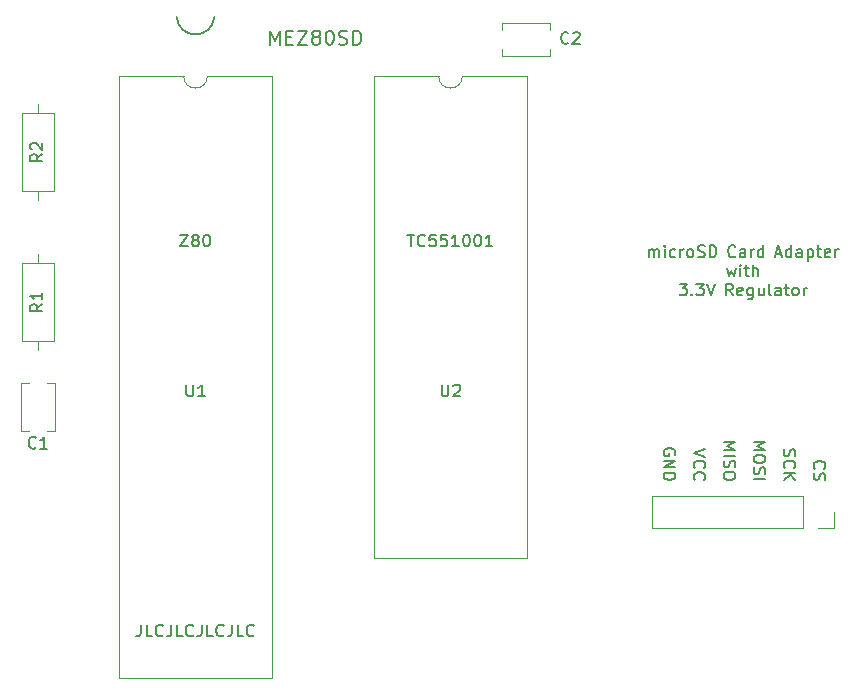
<source format=gto>
G04 #@! TF.GenerationSoftware,KiCad,Pcbnew,(7.0.0-0)*
G04 #@! TF.CreationDate,2023-02-21T12:21:14+09:00*
G04 #@! TF.ProjectId,MEZ80SD,4d455a38-3053-4442-9e6b-696361645f70,A*
G04 #@! TF.SameCoordinates,PX5f5e100PY8f0d180*
G04 #@! TF.FileFunction,Legend,Top*
G04 #@! TF.FilePolarity,Positive*
%FSLAX46Y46*%
G04 Gerber Fmt 4.6, Leading zero omitted, Abs format (unit mm)*
G04 Created by KiCad (PCBNEW (7.0.0-0)) date 2023-02-21 12:21:14*
%MOMM*%
%LPD*%
G01*
G04 APERTURE LIST*
%ADD10C,0.150000*%
%ADD11C,0.200000*%
%ADD12C,0.120000*%
G04 APERTURE END LIST*
D10*
X13652501Y57150000D02*
G75*
G03*
X16827499Y57150000I1587499J120305D01*
G01*
X2272380Y45553334D02*
X1796190Y45220001D01*
X2272380Y44981906D02*
X1272380Y44981906D01*
X1272380Y44981906D02*
X1272380Y45362858D01*
X1272380Y45362858D02*
X1320000Y45458096D01*
X1320000Y45458096D02*
X1367619Y45505715D01*
X1367619Y45505715D02*
X1462857Y45553334D01*
X1462857Y45553334D02*
X1605714Y45553334D01*
X1605714Y45553334D02*
X1700952Y45505715D01*
X1700952Y45505715D02*
X1748571Y45458096D01*
X1748571Y45458096D02*
X1796190Y45362858D01*
X1796190Y45362858D02*
X1796190Y44981906D01*
X1367619Y45934287D02*
X1320000Y45981906D01*
X1320000Y45981906D02*
X1272380Y46077144D01*
X1272380Y46077144D02*
X1272380Y46315239D01*
X1272380Y46315239D02*
X1320000Y46410477D01*
X1320000Y46410477D02*
X1367619Y46458096D01*
X1367619Y46458096D02*
X1462857Y46505715D01*
X1462857Y46505715D02*
X1558095Y46505715D01*
X1558095Y46505715D02*
X1700952Y46458096D01*
X1700952Y46458096D02*
X2272380Y45886668D01*
X2272380Y45886668D02*
X2272380Y46505715D01*
X65085238Y20541905D02*
X65037619Y20399048D01*
X65037619Y20399048D02*
X65037619Y20160953D01*
X65037619Y20160953D02*
X65085238Y20065715D01*
X65085238Y20065715D02*
X65132857Y20018096D01*
X65132857Y20018096D02*
X65228095Y19970477D01*
X65228095Y19970477D02*
X65323333Y19970477D01*
X65323333Y19970477D02*
X65418571Y20018096D01*
X65418571Y20018096D02*
X65466190Y20065715D01*
X65466190Y20065715D02*
X65513809Y20160953D01*
X65513809Y20160953D02*
X65561428Y20351429D01*
X65561428Y20351429D02*
X65609047Y20446667D01*
X65609047Y20446667D02*
X65656666Y20494286D01*
X65656666Y20494286D02*
X65751904Y20541905D01*
X65751904Y20541905D02*
X65847142Y20541905D01*
X65847142Y20541905D02*
X65942380Y20494286D01*
X65942380Y20494286D02*
X65990000Y20446667D01*
X65990000Y20446667D02*
X66037619Y20351429D01*
X66037619Y20351429D02*
X66037619Y20113334D01*
X66037619Y20113334D02*
X65990000Y19970477D01*
X65132857Y18970477D02*
X65085238Y19018096D01*
X65085238Y19018096D02*
X65037619Y19160953D01*
X65037619Y19160953D02*
X65037619Y19256191D01*
X65037619Y19256191D02*
X65085238Y19399048D01*
X65085238Y19399048D02*
X65180476Y19494286D01*
X65180476Y19494286D02*
X65275714Y19541905D01*
X65275714Y19541905D02*
X65466190Y19589524D01*
X65466190Y19589524D02*
X65609047Y19589524D01*
X65609047Y19589524D02*
X65799523Y19541905D01*
X65799523Y19541905D02*
X65894761Y19494286D01*
X65894761Y19494286D02*
X65990000Y19399048D01*
X65990000Y19399048D02*
X66037619Y19256191D01*
X66037619Y19256191D02*
X66037619Y19160953D01*
X66037619Y19160953D02*
X65990000Y19018096D01*
X65990000Y19018096D02*
X65942380Y18970477D01*
X65037619Y18541905D02*
X66037619Y18541905D01*
X65037619Y17970477D02*
X65609047Y18399048D01*
X66037619Y17970477D02*
X65466190Y18541905D01*
X62497619Y21160952D02*
X63497619Y21160952D01*
X63497619Y21160952D02*
X62783333Y20827619D01*
X62783333Y20827619D02*
X63497619Y20494286D01*
X63497619Y20494286D02*
X62497619Y20494286D01*
X63497619Y19827619D02*
X63497619Y19637143D01*
X63497619Y19637143D02*
X63450000Y19541905D01*
X63450000Y19541905D02*
X63354761Y19446667D01*
X63354761Y19446667D02*
X63164285Y19399048D01*
X63164285Y19399048D02*
X62830952Y19399048D01*
X62830952Y19399048D02*
X62640476Y19446667D01*
X62640476Y19446667D02*
X62545238Y19541905D01*
X62545238Y19541905D02*
X62497619Y19637143D01*
X62497619Y19637143D02*
X62497619Y19827619D01*
X62497619Y19827619D02*
X62545238Y19922857D01*
X62545238Y19922857D02*
X62640476Y20018095D01*
X62640476Y20018095D02*
X62830952Y20065714D01*
X62830952Y20065714D02*
X63164285Y20065714D01*
X63164285Y20065714D02*
X63354761Y20018095D01*
X63354761Y20018095D02*
X63450000Y19922857D01*
X63450000Y19922857D02*
X63497619Y19827619D01*
X62545238Y19018095D02*
X62497619Y18875238D01*
X62497619Y18875238D02*
X62497619Y18637143D01*
X62497619Y18637143D02*
X62545238Y18541905D01*
X62545238Y18541905D02*
X62592857Y18494286D01*
X62592857Y18494286D02*
X62688095Y18446667D01*
X62688095Y18446667D02*
X62783333Y18446667D01*
X62783333Y18446667D02*
X62878571Y18494286D01*
X62878571Y18494286D02*
X62926190Y18541905D01*
X62926190Y18541905D02*
X62973809Y18637143D01*
X62973809Y18637143D02*
X63021428Y18827619D01*
X63021428Y18827619D02*
X63069047Y18922857D01*
X63069047Y18922857D02*
X63116666Y18970476D01*
X63116666Y18970476D02*
X63211904Y19018095D01*
X63211904Y19018095D02*
X63307142Y19018095D01*
X63307142Y19018095D02*
X63402380Y18970476D01*
X63402380Y18970476D02*
X63450000Y18922857D01*
X63450000Y18922857D02*
X63497619Y18827619D01*
X63497619Y18827619D02*
X63497619Y18589524D01*
X63497619Y18589524D02*
X63450000Y18446667D01*
X62497619Y18018095D02*
X63497619Y18018095D01*
X53637856Y36812620D02*
X53637856Y37479286D01*
X53637856Y37384048D02*
X53685475Y37431667D01*
X53685475Y37431667D02*
X53780713Y37479286D01*
X53780713Y37479286D02*
X53923570Y37479286D01*
X53923570Y37479286D02*
X54018808Y37431667D01*
X54018808Y37431667D02*
X54066427Y37336429D01*
X54066427Y37336429D02*
X54066427Y36812620D01*
X54066427Y37336429D02*
X54114046Y37431667D01*
X54114046Y37431667D02*
X54209284Y37479286D01*
X54209284Y37479286D02*
X54352141Y37479286D01*
X54352141Y37479286D02*
X54447380Y37431667D01*
X54447380Y37431667D02*
X54494999Y37336429D01*
X54494999Y37336429D02*
X54494999Y36812620D01*
X54971189Y36812620D02*
X54971189Y37479286D01*
X54971189Y37812620D02*
X54923570Y37765000D01*
X54923570Y37765000D02*
X54971189Y37717381D01*
X54971189Y37717381D02*
X55018808Y37765000D01*
X55018808Y37765000D02*
X54971189Y37812620D01*
X54971189Y37812620D02*
X54971189Y37717381D01*
X55875950Y36860239D02*
X55780712Y36812620D01*
X55780712Y36812620D02*
X55590236Y36812620D01*
X55590236Y36812620D02*
X55494998Y36860239D01*
X55494998Y36860239D02*
X55447379Y36907858D01*
X55447379Y36907858D02*
X55399760Y37003096D01*
X55399760Y37003096D02*
X55399760Y37288810D01*
X55399760Y37288810D02*
X55447379Y37384048D01*
X55447379Y37384048D02*
X55494998Y37431667D01*
X55494998Y37431667D02*
X55590236Y37479286D01*
X55590236Y37479286D02*
X55780712Y37479286D01*
X55780712Y37479286D02*
X55875950Y37431667D01*
X56304522Y36812620D02*
X56304522Y37479286D01*
X56304522Y37288810D02*
X56352141Y37384048D01*
X56352141Y37384048D02*
X56399760Y37431667D01*
X56399760Y37431667D02*
X56494998Y37479286D01*
X56494998Y37479286D02*
X56590236Y37479286D01*
X57066427Y36812620D02*
X56971189Y36860239D01*
X56971189Y36860239D02*
X56923570Y36907858D01*
X56923570Y36907858D02*
X56875951Y37003096D01*
X56875951Y37003096D02*
X56875951Y37288810D01*
X56875951Y37288810D02*
X56923570Y37384048D01*
X56923570Y37384048D02*
X56971189Y37431667D01*
X56971189Y37431667D02*
X57066427Y37479286D01*
X57066427Y37479286D02*
X57209284Y37479286D01*
X57209284Y37479286D02*
X57304522Y37431667D01*
X57304522Y37431667D02*
X57352141Y37384048D01*
X57352141Y37384048D02*
X57399760Y37288810D01*
X57399760Y37288810D02*
X57399760Y37003096D01*
X57399760Y37003096D02*
X57352141Y36907858D01*
X57352141Y36907858D02*
X57304522Y36860239D01*
X57304522Y36860239D02*
X57209284Y36812620D01*
X57209284Y36812620D02*
X57066427Y36812620D01*
X57780713Y36860239D02*
X57923570Y36812620D01*
X57923570Y36812620D02*
X58161665Y36812620D01*
X58161665Y36812620D02*
X58256903Y36860239D01*
X58256903Y36860239D02*
X58304522Y36907858D01*
X58304522Y36907858D02*
X58352141Y37003096D01*
X58352141Y37003096D02*
X58352141Y37098334D01*
X58352141Y37098334D02*
X58304522Y37193572D01*
X58304522Y37193572D02*
X58256903Y37241191D01*
X58256903Y37241191D02*
X58161665Y37288810D01*
X58161665Y37288810D02*
X57971189Y37336429D01*
X57971189Y37336429D02*
X57875951Y37384048D01*
X57875951Y37384048D02*
X57828332Y37431667D01*
X57828332Y37431667D02*
X57780713Y37526905D01*
X57780713Y37526905D02*
X57780713Y37622143D01*
X57780713Y37622143D02*
X57828332Y37717381D01*
X57828332Y37717381D02*
X57875951Y37765000D01*
X57875951Y37765000D02*
X57971189Y37812620D01*
X57971189Y37812620D02*
X58209284Y37812620D01*
X58209284Y37812620D02*
X58352141Y37765000D01*
X58780713Y36812620D02*
X58780713Y37812620D01*
X58780713Y37812620D02*
X59018808Y37812620D01*
X59018808Y37812620D02*
X59161665Y37765000D01*
X59161665Y37765000D02*
X59256903Y37669762D01*
X59256903Y37669762D02*
X59304522Y37574524D01*
X59304522Y37574524D02*
X59352141Y37384048D01*
X59352141Y37384048D02*
X59352141Y37241191D01*
X59352141Y37241191D02*
X59304522Y37050715D01*
X59304522Y37050715D02*
X59256903Y36955477D01*
X59256903Y36955477D02*
X59161665Y36860239D01*
X59161665Y36860239D02*
X59018808Y36812620D01*
X59018808Y36812620D02*
X58780713Y36812620D01*
X60952141Y36907858D02*
X60904522Y36860239D01*
X60904522Y36860239D02*
X60761665Y36812620D01*
X60761665Y36812620D02*
X60666427Y36812620D01*
X60666427Y36812620D02*
X60523570Y36860239D01*
X60523570Y36860239D02*
X60428332Y36955477D01*
X60428332Y36955477D02*
X60380713Y37050715D01*
X60380713Y37050715D02*
X60333094Y37241191D01*
X60333094Y37241191D02*
X60333094Y37384048D01*
X60333094Y37384048D02*
X60380713Y37574524D01*
X60380713Y37574524D02*
X60428332Y37669762D01*
X60428332Y37669762D02*
X60523570Y37765000D01*
X60523570Y37765000D02*
X60666427Y37812620D01*
X60666427Y37812620D02*
X60761665Y37812620D01*
X60761665Y37812620D02*
X60904522Y37765000D01*
X60904522Y37765000D02*
X60952141Y37717381D01*
X61809284Y36812620D02*
X61809284Y37336429D01*
X61809284Y37336429D02*
X61761665Y37431667D01*
X61761665Y37431667D02*
X61666427Y37479286D01*
X61666427Y37479286D02*
X61475951Y37479286D01*
X61475951Y37479286D02*
X61380713Y37431667D01*
X61809284Y36860239D02*
X61714046Y36812620D01*
X61714046Y36812620D02*
X61475951Y36812620D01*
X61475951Y36812620D02*
X61380713Y36860239D01*
X61380713Y36860239D02*
X61333094Y36955477D01*
X61333094Y36955477D02*
X61333094Y37050715D01*
X61333094Y37050715D02*
X61380713Y37145953D01*
X61380713Y37145953D02*
X61475951Y37193572D01*
X61475951Y37193572D02*
X61714046Y37193572D01*
X61714046Y37193572D02*
X61809284Y37241191D01*
X62285475Y36812620D02*
X62285475Y37479286D01*
X62285475Y37288810D02*
X62333094Y37384048D01*
X62333094Y37384048D02*
X62380713Y37431667D01*
X62380713Y37431667D02*
X62475951Y37479286D01*
X62475951Y37479286D02*
X62571189Y37479286D01*
X63333094Y36812620D02*
X63333094Y37812620D01*
X63333094Y36860239D02*
X63237856Y36812620D01*
X63237856Y36812620D02*
X63047380Y36812620D01*
X63047380Y36812620D02*
X62952142Y36860239D01*
X62952142Y36860239D02*
X62904523Y36907858D01*
X62904523Y36907858D02*
X62856904Y37003096D01*
X62856904Y37003096D02*
X62856904Y37288810D01*
X62856904Y37288810D02*
X62904523Y37384048D01*
X62904523Y37384048D02*
X62952142Y37431667D01*
X62952142Y37431667D02*
X63047380Y37479286D01*
X63047380Y37479286D02*
X63237856Y37479286D01*
X63237856Y37479286D02*
X63333094Y37431667D01*
X64361666Y37098334D02*
X64837856Y37098334D01*
X64266428Y36812620D02*
X64599761Y37812620D01*
X64599761Y37812620D02*
X64933094Y36812620D01*
X65694999Y36812620D02*
X65694999Y37812620D01*
X65694999Y36860239D02*
X65599761Y36812620D01*
X65599761Y36812620D02*
X65409285Y36812620D01*
X65409285Y36812620D02*
X65314047Y36860239D01*
X65314047Y36860239D02*
X65266428Y36907858D01*
X65266428Y36907858D02*
X65218809Y37003096D01*
X65218809Y37003096D02*
X65218809Y37288810D01*
X65218809Y37288810D02*
X65266428Y37384048D01*
X65266428Y37384048D02*
X65314047Y37431667D01*
X65314047Y37431667D02*
X65409285Y37479286D01*
X65409285Y37479286D02*
X65599761Y37479286D01*
X65599761Y37479286D02*
X65694999Y37431667D01*
X66599761Y36812620D02*
X66599761Y37336429D01*
X66599761Y37336429D02*
X66552142Y37431667D01*
X66552142Y37431667D02*
X66456904Y37479286D01*
X66456904Y37479286D02*
X66266428Y37479286D01*
X66266428Y37479286D02*
X66171190Y37431667D01*
X66599761Y36860239D02*
X66504523Y36812620D01*
X66504523Y36812620D02*
X66266428Y36812620D01*
X66266428Y36812620D02*
X66171190Y36860239D01*
X66171190Y36860239D02*
X66123571Y36955477D01*
X66123571Y36955477D02*
X66123571Y37050715D01*
X66123571Y37050715D02*
X66171190Y37145953D01*
X66171190Y37145953D02*
X66266428Y37193572D01*
X66266428Y37193572D02*
X66504523Y37193572D01*
X66504523Y37193572D02*
X66599761Y37241191D01*
X67075952Y37479286D02*
X67075952Y36479286D01*
X67075952Y37431667D02*
X67171190Y37479286D01*
X67171190Y37479286D02*
X67361666Y37479286D01*
X67361666Y37479286D02*
X67456904Y37431667D01*
X67456904Y37431667D02*
X67504523Y37384048D01*
X67504523Y37384048D02*
X67552142Y37288810D01*
X67552142Y37288810D02*
X67552142Y37003096D01*
X67552142Y37003096D02*
X67504523Y36907858D01*
X67504523Y36907858D02*
X67456904Y36860239D01*
X67456904Y36860239D02*
X67361666Y36812620D01*
X67361666Y36812620D02*
X67171190Y36812620D01*
X67171190Y36812620D02*
X67075952Y36860239D01*
X67837857Y37479286D02*
X68218809Y37479286D01*
X67980714Y37812620D02*
X67980714Y36955477D01*
X67980714Y36955477D02*
X68028333Y36860239D01*
X68028333Y36860239D02*
X68123571Y36812620D01*
X68123571Y36812620D02*
X68218809Y36812620D01*
X68933095Y36860239D02*
X68837857Y36812620D01*
X68837857Y36812620D02*
X68647381Y36812620D01*
X68647381Y36812620D02*
X68552143Y36860239D01*
X68552143Y36860239D02*
X68504524Y36955477D01*
X68504524Y36955477D02*
X68504524Y37336429D01*
X68504524Y37336429D02*
X68552143Y37431667D01*
X68552143Y37431667D02*
X68647381Y37479286D01*
X68647381Y37479286D02*
X68837857Y37479286D01*
X68837857Y37479286D02*
X68933095Y37431667D01*
X68933095Y37431667D02*
X68980714Y37336429D01*
X68980714Y37336429D02*
X68980714Y37241191D01*
X68980714Y37241191D02*
X68504524Y37145953D01*
X69409286Y36812620D02*
X69409286Y37479286D01*
X69409286Y37288810D02*
X69456905Y37384048D01*
X69456905Y37384048D02*
X69504524Y37431667D01*
X69504524Y37431667D02*
X69599762Y37479286D01*
X69599762Y37479286D02*
X69695000Y37479286D01*
X60237857Y35859286D02*
X60428333Y35192620D01*
X60428333Y35192620D02*
X60618809Y35668810D01*
X60618809Y35668810D02*
X60809285Y35192620D01*
X60809285Y35192620D02*
X60999761Y35859286D01*
X61380714Y35192620D02*
X61380714Y35859286D01*
X61380714Y36192620D02*
X61333095Y36145000D01*
X61333095Y36145000D02*
X61380714Y36097381D01*
X61380714Y36097381D02*
X61428333Y36145000D01*
X61428333Y36145000D02*
X61380714Y36192620D01*
X61380714Y36192620D02*
X61380714Y36097381D01*
X61714047Y35859286D02*
X62094999Y35859286D01*
X61856904Y36192620D02*
X61856904Y35335477D01*
X61856904Y35335477D02*
X61904523Y35240239D01*
X61904523Y35240239D02*
X61999761Y35192620D01*
X61999761Y35192620D02*
X62094999Y35192620D01*
X62428333Y35192620D02*
X62428333Y36192620D01*
X62856904Y35192620D02*
X62856904Y35716429D01*
X62856904Y35716429D02*
X62809285Y35811667D01*
X62809285Y35811667D02*
X62714047Y35859286D01*
X62714047Y35859286D02*
X62571190Y35859286D01*
X62571190Y35859286D02*
X62475952Y35811667D01*
X62475952Y35811667D02*
X62428333Y35764048D01*
X56223571Y34572620D02*
X56842618Y34572620D01*
X56842618Y34572620D02*
X56509285Y34191667D01*
X56509285Y34191667D02*
X56652142Y34191667D01*
X56652142Y34191667D02*
X56747380Y34144048D01*
X56747380Y34144048D02*
X56794999Y34096429D01*
X56794999Y34096429D02*
X56842618Y34001191D01*
X56842618Y34001191D02*
X56842618Y33763096D01*
X56842618Y33763096D02*
X56794999Y33667858D01*
X56794999Y33667858D02*
X56747380Y33620239D01*
X56747380Y33620239D02*
X56652142Y33572620D01*
X56652142Y33572620D02*
X56366428Y33572620D01*
X56366428Y33572620D02*
X56271190Y33620239D01*
X56271190Y33620239D02*
X56223571Y33667858D01*
X57271190Y33667858D02*
X57318809Y33620239D01*
X57318809Y33620239D02*
X57271190Y33572620D01*
X57271190Y33572620D02*
X57223571Y33620239D01*
X57223571Y33620239D02*
X57271190Y33667858D01*
X57271190Y33667858D02*
X57271190Y33572620D01*
X57652142Y34572620D02*
X58271189Y34572620D01*
X58271189Y34572620D02*
X57937856Y34191667D01*
X57937856Y34191667D02*
X58080713Y34191667D01*
X58080713Y34191667D02*
X58175951Y34144048D01*
X58175951Y34144048D02*
X58223570Y34096429D01*
X58223570Y34096429D02*
X58271189Y34001191D01*
X58271189Y34001191D02*
X58271189Y33763096D01*
X58271189Y33763096D02*
X58223570Y33667858D01*
X58223570Y33667858D02*
X58175951Y33620239D01*
X58175951Y33620239D02*
X58080713Y33572620D01*
X58080713Y33572620D02*
X57794999Y33572620D01*
X57794999Y33572620D02*
X57699761Y33620239D01*
X57699761Y33620239D02*
X57652142Y33667858D01*
X58556904Y34572620D02*
X58890237Y33572620D01*
X58890237Y33572620D02*
X59223570Y34572620D01*
X60728332Y33572620D02*
X60394999Y34048810D01*
X60156904Y33572620D02*
X60156904Y34572620D01*
X60156904Y34572620D02*
X60537856Y34572620D01*
X60537856Y34572620D02*
X60633094Y34525000D01*
X60633094Y34525000D02*
X60680713Y34477381D01*
X60680713Y34477381D02*
X60728332Y34382143D01*
X60728332Y34382143D02*
X60728332Y34239286D01*
X60728332Y34239286D02*
X60680713Y34144048D01*
X60680713Y34144048D02*
X60633094Y34096429D01*
X60633094Y34096429D02*
X60537856Y34048810D01*
X60537856Y34048810D02*
X60156904Y34048810D01*
X61537856Y33620239D02*
X61442618Y33572620D01*
X61442618Y33572620D02*
X61252142Y33572620D01*
X61252142Y33572620D02*
X61156904Y33620239D01*
X61156904Y33620239D02*
X61109285Y33715477D01*
X61109285Y33715477D02*
X61109285Y34096429D01*
X61109285Y34096429D02*
X61156904Y34191667D01*
X61156904Y34191667D02*
X61252142Y34239286D01*
X61252142Y34239286D02*
X61442618Y34239286D01*
X61442618Y34239286D02*
X61537856Y34191667D01*
X61537856Y34191667D02*
X61585475Y34096429D01*
X61585475Y34096429D02*
X61585475Y34001191D01*
X61585475Y34001191D02*
X61109285Y33905953D01*
X62442618Y34239286D02*
X62442618Y33429762D01*
X62442618Y33429762D02*
X62394999Y33334524D01*
X62394999Y33334524D02*
X62347380Y33286905D01*
X62347380Y33286905D02*
X62252142Y33239286D01*
X62252142Y33239286D02*
X62109285Y33239286D01*
X62109285Y33239286D02*
X62014047Y33286905D01*
X62442618Y33620239D02*
X62347380Y33572620D01*
X62347380Y33572620D02*
X62156904Y33572620D01*
X62156904Y33572620D02*
X62061666Y33620239D01*
X62061666Y33620239D02*
X62014047Y33667858D01*
X62014047Y33667858D02*
X61966428Y33763096D01*
X61966428Y33763096D02*
X61966428Y34048810D01*
X61966428Y34048810D02*
X62014047Y34144048D01*
X62014047Y34144048D02*
X62061666Y34191667D01*
X62061666Y34191667D02*
X62156904Y34239286D01*
X62156904Y34239286D02*
X62347380Y34239286D01*
X62347380Y34239286D02*
X62442618Y34191667D01*
X63347380Y34239286D02*
X63347380Y33572620D01*
X62918809Y34239286D02*
X62918809Y33715477D01*
X62918809Y33715477D02*
X62966428Y33620239D01*
X62966428Y33620239D02*
X63061666Y33572620D01*
X63061666Y33572620D02*
X63204523Y33572620D01*
X63204523Y33572620D02*
X63299761Y33620239D01*
X63299761Y33620239D02*
X63347380Y33667858D01*
X63966428Y33572620D02*
X63871190Y33620239D01*
X63871190Y33620239D02*
X63823571Y33715477D01*
X63823571Y33715477D02*
X63823571Y34572620D01*
X64775952Y33572620D02*
X64775952Y34096429D01*
X64775952Y34096429D02*
X64728333Y34191667D01*
X64728333Y34191667D02*
X64633095Y34239286D01*
X64633095Y34239286D02*
X64442619Y34239286D01*
X64442619Y34239286D02*
X64347381Y34191667D01*
X64775952Y33620239D02*
X64680714Y33572620D01*
X64680714Y33572620D02*
X64442619Y33572620D01*
X64442619Y33572620D02*
X64347381Y33620239D01*
X64347381Y33620239D02*
X64299762Y33715477D01*
X64299762Y33715477D02*
X64299762Y33810715D01*
X64299762Y33810715D02*
X64347381Y33905953D01*
X64347381Y33905953D02*
X64442619Y33953572D01*
X64442619Y33953572D02*
X64680714Y33953572D01*
X64680714Y33953572D02*
X64775952Y34001191D01*
X65109286Y34239286D02*
X65490238Y34239286D01*
X65252143Y34572620D02*
X65252143Y33715477D01*
X65252143Y33715477D02*
X65299762Y33620239D01*
X65299762Y33620239D02*
X65395000Y33572620D01*
X65395000Y33572620D02*
X65490238Y33572620D01*
X65966429Y33572620D02*
X65871191Y33620239D01*
X65871191Y33620239D02*
X65823572Y33667858D01*
X65823572Y33667858D02*
X65775953Y33763096D01*
X65775953Y33763096D02*
X65775953Y34048810D01*
X65775953Y34048810D02*
X65823572Y34144048D01*
X65823572Y34144048D02*
X65871191Y34191667D01*
X65871191Y34191667D02*
X65966429Y34239286D01*
X65966429Y34239286D02*
X66109286Y34239286D01*
X66109286Y34239286D02*
X66204524Y34191667D01*
X66204524Y34191667D02*
X66252143Y34144048D01*
X66252143Y34144048D02*
X66299762Y34048810D01*
X66299762Y34048810D02*
X66299762Y33763096D01*
X66299762Y33763096D02*
X66252143Y33667858D01*
X66252143Y33667858D02*
X66204524Y33620239D01*
X66204524Y33620239D02*
X66109286Y33572620D01*
X66109286Y33572620D02*
X65966429Y33572620D01*
X66728334Y33572620D02*
X66728334Y34239286D01*
X66728334Y34048810D02*
X66775953Y34144048D01*
X66775953Y34144048D02*
X66823572Y34191667D01*
X66823572Y34191667D02*
X66918810Y34239286D01*
X66918810Y34239286D02*
X67014048Y34239286D01*
X13954286Y38732620D02*
X14620952Y38732620D01*
X14620952Y38732620D02*
X13954286Y37732620D01*
X13954286Y37732620D02*
X14620952Y37732620D01*
X15144762Y38304048D02*
X15049524Y38351667D01*
X15049524Y38351667D02*
X15001905Y38399286D01*
X15001905Y38399286D02*
X14954286Y38494524D01*
X14954286Y38494524D02*
X14954286Y38542143D01*
X14954286Y38542143D02*
X15001905Y38637381D01*
X15001905Y38637381D02*
X15049524Y38685000D01*
X15049524Y38685000D02*
X15144762Y38732620D01*
X15144762Y38732620D02*
X15335238Y38732620D01*
X15335238Y38732620D02*
X15430476Y38685000D01*
X15430476Y38685000D02*
X15478095Y38637381D01*
X15478095Y38637381D02*
X15525714Y38542143D01*
X15525714Y38542143D02*
X15525714Y38494524D01*
X15525714Y38494524D02*
X15478095Y38399286D01*
X15478095Y38399286D02*
X15430476Y38351667D01*
X15430476Y38351667D02*
X15335238Y38304048D01*
X15335238Y38304048D02*
X15144762Y38304048D01*
X15144762Y38304048D02*
X15049524Y38256429D01*
X15049524Y38256429D02*
X15001905Y38208810D01*
X15001905Y38208810D02*
X14954286Y38113572D01*
X14954286Y38113572D02*
X14954286Y37923096D01*
X14954286Y37923096D02*
X15001905Y37827858D01*
X15001905Y37827858D02*
X15049524Y37780239D01*
X15049524Y37780239D02*
X15144762Y37732620D01*
X15144762Y37732620D02*
X15335238Y37732620D01*
X15335238Y37732620D02*
X15430476Y37780239D01*
X15430476Y37780239D02*
X15478095Y37827858D01*
X15478095Y37827858D02*
X15525714Y37923096D01*
X15525714Y37923096D02*
X15525714Y38113572D01*
X15525714Y38113572D02*
X15478095Y38208810D01*
X15478095Y38208810D02*
X15430476Y38256429D01*
X15430476Y38256429D02*
X15335238Y38304048D01*
X16144762Y38732620D02*
X16240000Y38732620D01*
X16240000Y38732620D02*
X16335238Y38685000D01*
X16335238Y38685000D02*
X16382857Y38637381D01*
X16382857Y38637381D02*
X16430476Y38542143D01*
X16430476Y38542143D02*
X16478095Y38351667D01*
X16478095Y38351667D02*
X16478095Y38113572D01*
X16478095Y38113572D02*
X16430476Y37923096D01*
X16430476Y37923096D02*
X16382857Y37827858D01*
X16382857Y37827858D02*
X16335238Y37780239D01*
X16335238Y37780239D02*
X16240000Y37732620D01*
X16240000Y37732620D02*
X16144762Y37732620D01*
X16144762Y37732620D02*
X16049524Y37780239D01*
X16049524Y37780239D02*
X16001905Y37827858D01*
X16001905Y37827858D02*
X15954286Y37923096D01*
X15954286Y37923096D02*
X15906667Y38113572D01*
X15906667Y38113572D02*
X15906667Y38351667D01*
X15906667Y38351667D02*
X15954286Y38542143D01*
X15954286Y38542143D02*
X16001905Y38637381D01*
X16001905Y38637381D02*
X16049524Y38685000D01*
X16049524Y38685000D02*
X16144762Y38732620D01*
X2272380Y32853334D02*
X1796190Y32520001D01*
X2272380Y32281906D02*
X1272380Y32281906D01*
X1272380Y32281906D02*
X1272380Y32662858D01*
X1272380Y32662858D02*
X1320000Y32758096D01*
X1320000Y32758096D02*
X1367619Y32805715D01*
X1367619Y32805715D02*
X1462857Y32853334D01*
X1462857Y32853334D02*
X1605714Y32853334D01*
X1605714Y32853334D02*
X1700952Y32805715D01*
X1700952Y32805715D02*
X1748571Y32758096D01*
X1748571Y32758096D02*
X1796190Y32662858D01*
X1796190Y32662858D02*
X1796190Y32281906D01*
X2272380Y33805715D02*
X2272380Y33234287D01*
X2272380Y33520001D02*
X1272380Y33520001D01*
X1272380Y33520001D02*
X1415238Y33424763D01*
X1415238Y33424763D02*
X1510476Y33329525D01*
X1510476Y33329525D02*
X1558095Y33234287D01*
X33187143Y38732620D02*
X33758571Y38732620D01*
X33472857Y37732620D02*
X33472857Y38732620D01*
X34663333Y37827858D02*
X34615714Y37780239D01*
X34615714Y37780239D02*
X34472857Y37732620D01*
X34472857Y37732620D02*
X34377619Y37732620D01*
X34377619Y37732620D02*
X34234762Y37780239D01*
X34234762Y37780239D02*
X34139524Y37875477D01*
X34139524Y37875477D02*
X34091905Y37970715D01*
X34091905Y37970715D02*
X34044286Y38161191D01*
X34044286Y38161191D02*
X34044286Y38304048D01*
X34044286Y38304048D02*
X34091905Y38494524D01*
X34091905Y38494524D02*
X34139524Y38589762D01*
X34139524Y38589762D02*
X34234762Y38685000D01*
X34234762Y38685000D02*
X34377619Y38732620D01*
X34377619Y38732620D02*
X34472857Y38732620D01*
X34472857Y38732620D02*
X34615714Y38685000D01*
X34615714Y38685000D02*
X34663333Y38637381D01*
X35568095Y38732620D02*
X35091905Y38732620D01*
X35091905Y38732620D02*
X35044286Y38256429D01*
X35044286Y38256429D02*
X35091905Y38304048D01*
X35091905Y38304048D02*
X35187143Y38351667D01*
X35187143Y38351667D02*
X35425238Y38351667D01*
X35425238Y38351667D02*
X35520476Y38304048D01*
X35520476Y38304048D02*
X35568095Y38256429D01*
X35568095Y38256429D02*
X35615714Y38161191D01*
X35615714Y38161191D02*
X35615714Y37923096D01*
X35615714Y37923096D02*
X35568095Y37827858D01*
X35568095Y37827858D02*
X35520476Y37780239D01*
X35520476Y37780239D02*
X35425238Y37732620D01*
X35425238Y37732620D02*
X35187143Y37732620D01*
X35187143Y37732620D02*
X35091905Y37780239D01*
X35091905Y37780239D02*
X35044286Y37827858D01*
X36520476Y38732620D02*
X36044286Y38732620D01*
X36044286Y38732620D02*
X35996667Y38256429D01*
X35996667Y38256429D02*
X36044286Y38304048D01*
X36044286Y38304048D02*
X36139524Y38351667D01*
X36139524Y38351667D02*
X36377619Y38351667D01*
X36377619Y38351667D02*
X36472857Y38304048D01*
X36472857Y38304048D02*
X36520476Y38256429D01*
X36520476Y38256429D02*
X36568095Y38161191D01*
X36568095Y38161191D02*
X36568095Y37923096D01*
X36568095Y37923096D02*
X36520476Y37827858D01*
X36520476Y37827858D02*
X36472857Y37780239D01*
X36472857Y37780239D02*
X36377619Y37732620D01*
X36377619Y37732620D02*
X36139524Y37732620D01*
X36139524Y37732620D02*
X36044286Y37780239D01*
X36044286Y37780239D02*
X35996667Y37827858D01*
X37520476Y37732620D02*
X36949048Y37732620D01*
X37234762Y37732620D02*
X37234762Y38732620D01*
X37234762Y38732620D02*
X37139524Y38589762D01*
X37139524Y38589762D02*
X37044286Y38494524D01*
X37044286Y38494524D02*
X36949048Y38446905D01*
X38139524Y38732620D02*
X38234762Y38732620D01*
X38234762Y38732620D02*
X38330000Y38685000D01*
X38330000Y38685000D02*
X38377619Y38637381D01*
X38377619Y38637381D02*
X38425238Y38542143D01*
X38425238Y38542143D02*
X38472857Y38351667D01*
X38472857Y38351667D02*
X38472857Y38113572D01*
X38472857Y38113572D02*
X38425238Y37923096D01*
X38425238Y37923096D02*
X38377619Y37827858D01*
X38377619Y37827858D02*
X38330000Y37780239D01*
X38330000Y37780239D02*
X38234762Y37732620D01*
X38234762Y37732620D02*
X38139524Y37732620D01*
X38139524Y37732620D02*
X38044286Y37780239D01*
X38044286Y37780239D02*
X37996667Y37827858D01*
X37996667Y37827858D02*
X37949048Y37923096D01*
X37949048Y37923096D02*
X37901429Y38113572D01*
X37901429Y38113572D02*
X37901429Y38351667D01*
X37901429Y38351667D02*
X37949048Y38542143D01*
X37949048Y38542143D02*
X37996667Y38637381D01*
X37996667Y38637381D02*
X38044286Y38685000D01*
X38044286Y38685000D02*
X38139524Y38732620D01*
X39091905Y38732620D02*
X39187143Y38732620D01*
X39187143Y38732620D02*
X39282381Y38685000D01*
X39282381Y38685000D02*
X39330000Y38637381D01*
X39330000Y38637381D02*
X39377619Y38542143D01*
X39377619Y38542143D02*
X39425238Y38351667D01*
X39425238Y38351667D02*
X39425238Y38113572D01*
X39425238Y38113572D02*
X39377619Y37923096D01*
X39377619Y37923096D02*
X39330000Y37827858D01*
X39330000Y37827858D02*
X39282381Y37780239D01*
X39282381Y37780239D02*
X39187143Y37732620D01*
X39187143Y37732620D02*
X39091905Y37732620D01*
X39091905Y37732620D02*
X38996667Y37780239D01*
X38996667Y37780239D02*
X38949048Y37827858D01*
X38949048Y37827858D02*
X38901429Y37923096D01*
X38901429Y37923096D02*
X38853810Y38113572D01*
X38853810Y38113572D02*
X38853810Y38351667D01*
X38853810Y38351667D02*
X38901429Y38542143D01*
X38901429Y38542143D02*
X38949048Y38637381D01*
X38949048Y38637381D02*
X38996667Y38685000D01*
X38996667Y38685000D02*
X39091905Y38732620D01*
X40377619Y37732620D02*
X39806191Y37732620D01*
X40091905Y37732620D02*
X40091905Y38732620D01*
X40091905Y38732620D02*
X39996667Y38589762D01*
X39996667Y38589762D02*
X39901429Y38494524D01*
X39901429Y38494524D02*
X39806191Y38446905D01*
X55830000Y20065715D02*
X55877619Y20160953D01*
X55877619Y20160953D02*
X55877619Y20303810D01*
X55877619Y20303810D02*
X55830000Y20446667D01*
X55830000Y20446667D02*
X55734761Y20541905D01*
X55734761Y20541905D02*
X55639523Y20589524D01*
X55639523Y20589524D02*
X55449047Y20637143D01*
X55449047Y20637143D02*
X55306190Y20637143D01*
X55306190Y20637143D02*
X55115714Y20589524D01*
X55115714Y20589524D02*
X55020476Y20541905D01*
X55020476Y20541905D02*
X54925238Y20446667D01*
X54925238Y20446667D02*
X54877619Y20303810D01*
X54877619Y20303810D02*
X54877619Y20208572D01*
X54877619Y20208572D02*
X54925238Y20065715D01*
X54925238Y20065715D02*
X54972857Y20018096D01*
X54972857Y20018096D02*
X55306190Y20018096D01*
X55306190Y20018096D02*
X55306190Y20208572D01*
X54877619Y19589524D02*
X55877619Y19589524D01*
X55877619Y19589524D02*
X54877619Y19018096D01*
X54877619Y19018096D02*
X55877619Y19018096D01*
X54877619Y18541905D02*
X55877619Y18541905D01*
X55877619Y18541905D02*
X55877619Y18303810D01*
X55877619Y18303810D02*
X55830000Y18160953D01*
X55830000Y18160953D02*
X55734761Y18065715D01*
X55734761Y18065715D02*
X55639523Y18018096D01*
X55639523Y18018096D02*
X55449047Y17970477D01*
X55449047Y17970477D02*
X55306190Y17970477D01*
X55306190Y17970477D02*
X55115714Y18018096D01*
X55115714Y18018096D02*
X55020476Y18065715D01*
X55020476Y18065715D02*
X54925238Y18160953D01*
X54925238Y18160953D02*
X54877619Y18303810D01*
X54877619Y18303810D02*
X54877619Y18541905D01*
X10620951Y5712620D02*
X10620951Y4998334D01*
X10620951Y4998334D02*
X10573332Y4855477D01*
X10573332Y4855477D02*
X10478094Y4760239D01*
X10478094Y4760239D02*
X10335237Y4712620D01*
X10335237Y4712620D02*
X10239999Y4712620D01*
X11573332Y4712620D02*
X11097142Y4712620D01*
X11097142Y4712620D02*
X11097142Y5712620D01*
X12478094Y4807858D02*
X12430475Y4760239D01*
X12430475Y4760239D02*
X12287618Y4712620D01*
X12287618Y4712620D02*
X12192380Y4712620D01*
X12192380Y4712620D02*
X12049523Y4760239D01*
X12049523Y4760239D02*
X11954285Y4855477D01*
X11954285Y4855477D02*
X11906666Y4950715D01*
X11906666Y4950715D02*
X11859047Y5141191D01*
X11859047Y5141191D02*
X11859047Y5284048D01*
X11859047Y5284048D02*
X11906666Y5474524D01*
X11906666Y5474524D02*
X11954285Y5569762D01*
X11954285Y5569762D02*
X12049523Y5665000D01*
X12049523Y5665000D02*
X12192380Y5712620D01*
X12192380Y5712620D02*
X12287618Y5712620D01*
X12287618Y5712620D02*
X12430475Y5665000D01*
X12430475Y5665000D02*
X12478094Y5617381D01*
X13192380Y5712620D02*
X13192380Y4998334D01*
X13192380Y4998334D02*
X13144761Y4855477D01*
X13144761Y4855477D02*
X13049523Y4760239D01*
X13049523Y4760239D02*
X12906666Y4712620D01*
X12906666Y4712620D02*
X12811428Y4712620D01*
X14144761Y4712620D02*
X13668571Y4712620D01*
X13668571Y4712620D02*
X13668571Y5712620D01*
X15049523Y4807858D02*
X15001904Y4760239D01*
X15001904Y4760239D02*
X14859047Y4712620D01*
X14859047Y4712620D02*
X14763809Y4712620D01*
X14763809Y4712620D02*
X14620952Y4760239D01*
X14620952Y4760239D02*
X14525714Y4855477D01*
X14525714Y4855477D02*
X14478095Y4950715D01*
X14478095Y4950715D02*
X14430476Y5141191D01*
X14430476Y5141191D02*
X14430476Y5284048D01*
X14430476Y5284048D02*
X14478095Y5474524D01*
X14478095Y5474524D02*
X14525714Y5569762D01*
X14525714Y5569762D02*
X14620952Y5665000D01*
X14620952Y5665000D02*
X14763809Y5712620D01*
X14763809Y5712620D02*
X14859047Y5712620D01*
X14859047Y5712620D02*
X15001904Y5665000D01*
X15001904Y5665000D02*
X15049523Y5617381D01*
X15763809Y5712620D02*
X15763809Y4998334D01*
X15763809Y4998334D02*
X15716190Y4855477D01*
X15716190Y4855477D02*
X15620952Y4760239D01*
X15620952Y4760239D02*
X15478095Y4712620D01*
X15478095Y4712620D02*
X15382857Y4712620D01*
X16716190Y4712620D02*
X16240000Y4712620D01*
X16240000Y4712620D02*
X16240000Y5712620D01*
X17620952Y4807858D02*
X17573333Y4760239D01*
X17573333Y4760239D02*
X17430476Y4712620D01*
X17430476Y4712620D02*
X17335238Y4712620D01*
X17335238Y4712620D02*
X17192381Y4760239D01*
X17192381Y4760239D02*
X17097143Y4855477D01*
X17097143Y4855477D02*
X17049524Y4950715D01*
X17049524Y4950715D02*
X17001905Y5141191D01*
X17001905Y5141191D02*
X17001905Y5284048D01*
X17001905Y5284048D02*
X17049524Y5474524D01*
X17049524Y5474524D02*
X17097143Y5569762D01*
X17097143Y5569762D02*
X17192381Y5665000D01*
X17192381Y5665000D02*
X17335238Y5712620D01*
X17335238Y5712620D02*
X17430476Y5712620D01*
X17430476Y5712620D02*
X17573333Y5665000D01*
X17573333Y5665000D02*
X17620952Y5617381D01*
X18335238Y5712620D02*
X18335238Y4998334D01*
X18335238Y4998334D02*
X18287619Y4855477D01*
X18287619Y4855477D02*
X18192381Y4760239D01*
X18192381Y4760239D02*
X18049524Y4712620D01*
X18049524Y4712620D02*
X17954286Y4712620D01*
X19287619Y4712620D02*
X18811429Y4712620D01*
X18811429Y4712620D02*
X18811429Y5712620D01*
X20192381Y4807858D02*
X20144762Y4760239D01*
X20144762Y4760239D02*
X20001905Y4712620D01*
X20001905Y4712620D02*
X19906667Y4712620D01*
X19906667Y4712620D02*
X19763810Y4760239D01*
X19763810Y4760239D02*
X19668572Y4855477D01*
X19668572Y4855477D02*
X19620953Y4950715D01*
X19620953Y4950715D02*
X19573334Y5141191D01*
X19573334Y5141191D02*
X19573334Y5284048D01*
X19573334Y5284048D02*
X19620953Y5474524D01*
X19620953Y5474524D02*
X19668572Y5569762D01*
X19668572Y5569762D02*
X19763810Y5665000D01*
X19763810Y5665000D02*
X19906667Y5712620D01*
X19906667Y5712620D02*
X20001905Y5712620D01*
X20001905Y5712620D02*
X20144762Y5665000D01*
X20144762Y5665000D02*
X20192381Y5617381D01*
X59957619Y21160952D02*
X60957619Y21160952D01*
X60957619Y21160952D02*
X60243333Y20827619D01*
X60243333Y20827619D02*
X60957619Y20494286D01*
X60957619Y20494286D02*
X59957619Y20494286D01*
X59957619Y20018095D02*
X60957619Y20018095D01*
X60005238Y19589524D02*
X59957619Y19446667D01*
X59957619Y19446667D02*
X59957619Y19208572D01*
X59957619Y19208572D02*
X60005238Y19113334D01*
X60005238Y19113334D02*
X60052857Y19065715D01*
X60052857Y19065715D02*
X60148095Y19018096D01*
X60148095Y19018096D02*
X60243333Y19018096D01*
X60243333Y19018096D02*
X60338571Y19065715D01*
X60338571Y19065715D02*
X60386190Y19113334D01*
X60386190Y19113334D02*
X60433809Y19208572D01*
X60433809Y19208572D02*
X60481428Y19399048D01*
X60481428Y19399048D02*
X60529047Y19494286D01*
X60529047Y19494286D02*
X60576666Y19541905D01*
X60576666Y19541905D02*
X60671904Y19589524D01*
X60671904Y19589524D02*
X60767142Y19589524D01*
X60767142Y19589524D02*
X60862380Y19541905D01*
X60862380Y19541905D02*
X60910000Y19494286D01*
X60910000Y19494286D02*
X60957619Y19399048D01*
X60957619Y19399048D02*
X60957619Y19160953D01*
X60957619Y19160953D02*
X60910000Y19018096D01*
X60957619Y18399048D02*
X60957619Y18208572D01*
X60957619Y18208572D02*
X60910000Y18113334D01*
X60910000Y18113334D02*
X60814761Y18018096D01*
X60814761Y18018096D02*
X60624285Y17970477D01*
X60624285Y17970477D02*
X60290952Y17970477D01*
X60290952Y17970477D02*
X60100476Y18018096D01*
X60100476Y18018096D02*
X60005238Y18113334D01*
X60005238Y18113334D02*
X59957619Y18208572D01*
X59957619Y18208572D02*
X59957619Y18399048D01*
X59957619Y18399048D02*
X60005238Y18494286D01*
X60005238Y18494286D02*
X60100476Y18589524D01*
X60100476Y18589524D02*
X60290952Y18637143D01*
X60290952Y18637143D02*
X60624285Y18637143D01*
X60624285Y18637143D02*
X60814761Y18589524D01*
X60814761Y18589524D02*
X60910000Y18494286D01*
X60910000Y18494286D02*
X60957619Y18399048D01*
X67672857Y18922858D02*
X67625238Y18970477D01*
X67625238Y18970477D02*
X67577619Y19113334D01*
X67577619Y19113334D02*
X67577619Y19208572D01*
X67577619Y19208572D02*
X67625238Y19351429D01*
X67625238Y19351429D02*
X67720476Y19446667D01*
X67720476Y19446667D02*
X67815714Y19494286D01*
X67815714Y19494286D02*
X68006190Y19541905D01*
X68006190Y19541905D02*
X68149047Y19541905D01*
X68149047Y19541905D02*
X68339523Y19494286D01*
X68339523Y19494286D02*
X68434761Y19446667D01*
X68434761Y19446667D02*
X68530000Y19351429D01*
X68530000Y19351429D02*
X68577619Y19208572D01*
X68577619Y19208572D02*
X68577619Y19113334D01*
X68577619Y19113334D02*
X68530000Y18970477D01*
X68530000Y18970477D02*
X68482380Y18922858D01*
X67625238Y18541905D02*
X67577619Y18399048D01*
X67577619Y18399048D02*
X67577619Y18160953D01*
X67577619Y18160953D02*
X67625238Y18065715D01*
X67625238Y18065715D02*
X67672857Y18018096D01*
X67672857Y18018096D02*
X67768095Y17970477D01*
X67768095Y17970477D02*
X67863333Y17970477D01*
X67863333Y17970477D02*
X67958571Y18018096D01*
X67958571Y18018096D02*
X68006190Y18065715D01*
X68006190Y18065715D02*
X68053809Y18160953D01*
X68053809Y18160953D02*
X68101428Y18351429D01*
X68101428Y18351429D02*
X68149047Y18446667D01*
X68149047Y18446667D02*
X68196666Y18494286D01*
X68196666Y18494286D02*
X68291904Y18541905D01*
X68291904Y18541905D02*
X68387142Y18541905D01*
X68387142Y18541905D02*
X68482380Y18494286D01*
X68482380Y18494286D02*
X68530000Y18446667D01*
X68530000Y18446667D02*
X68577619Y18351429D01*
X68577619Y18351429D02*
X68577619Y18113334D01*
X68577619Y18113334D02*
X68530000Y17970477D01*
X58417619Y20541905D02*
X57417619Y20208572D01*
X57417619Y20208572D02*
X58417619Y19875239D01*
X57512857Y18970477D02*
X57465238Y19018096D01*
X57465238Y19018096D02*
X57417619Y19160953D01*
X57417619Y19160953D02*
X57417619Y19256191D01*
X57417619Y19256191D02*
X57465238Y19399048D01*
X57465238Y19399048D02*
X57560476Y19494286D01*
X57560476Y19494286D02*
X57655714Y19541905D01*
X57655714Y19541905D02*
X57846190Y19589524D01*
X57846190Y19589524D02*
X57989047Y19589524D01*
X57989047Y19589524D02*
X58179523Y19541905D01*
X58179523Y19541905D02*
X58274761Y19494286D01*
X58274761Y19494286D02*
X58370000Y19399048D01*
X58370000Y19399048D02*
X58417619Y19256191D01*
X58417619Y19256191D02*
X58417619Y19160953D01*
X58417619Y19160953D02*
X58370000Y19018096D01*
X58370000Y19018096D02*
X58322380Y18970477D01*
X57512857Y17970477D02*
X57465238Y18018096D01*
X57465238Y18018096D02*
X57417619Y18160953D01*
X57417619Y18160953D02*
X57417619Y18256191D01*
X57417619Y18256191D02*
X57465238Y18399048D01*
X57465238Y18399048D02*
X57560476Y18494286D01*
X57560476Y18494286D02*
X57655714Y18541905D01*
X57655714Y18541905D02*
X57846190Y18589524D01*
X57846190Y18589524D02*
X57989047Y18589524D01*
X57989047Y18589524D02*
X58179523Y18541905D01*
X58179523Y18541905D02*
X58274761Y18494286D01*
X58274761Y18494286D02*
X58370000Y18399048D01*
X58370000Y18399048D02*
X58417619Y18256191D01*
X58417619Y18256191D02*
X58417619Y18160953D01*
X58417619Y18160953D02*
X58370000Y18018096D01*
X58370000Y18018096D02*
X58322380Y17970477D01*
D11*
X21571429Y54804143D02*
X21571429Y56004143D01*
X21571429Y56004143D02*
X21971429Y55147000D01*
X21971429Y55147000D02*
X22371429Y56004143D01*
X22371429Y56004143D02*
X22371429Y54804143D01*
X22942858Y55432715D02*
X23342858Y55432715D01*
X23514286Y54804143D02*
X22942858Y54804143D01*
X22942858Y54804143D02*
X22942858Y56004143D01*
X22942858Y56004143D02*
X23514286Y56004143D01*
X23914286Y56004143D02*
X24714286Y56004143D01*
X24714286Y56004143D02*
X23914286Y54804143D01*
X23914286Y54804143D02*
X24714286Y54804143D01*
X25342857Y55489858D02*
X25228572Y55547000D01*
X25228572Y55547000D02*
X25171429Y55604143D01*
X25171429Y55604143D02*
X25114286Y55718429D01*
X25114286Y55718429D02*
X25114286Y55775572D01*
X25114286Y55775572D02*
X25171429Y55889858D01*
X25171429Y55889858D02*
X25228572Y55947000D01*
X25228572Y55947000D02*
X25342857Y56004143D01*
X25342857Y56004143D02*
X25571429Y56004143D01*
X25571429Y56004143D02*
X25685715Y55947000D01*
X25685715Y55947000D02*
X25742857Y55889858D01*
X25742857Y55889858D02*
X25800000Y55775572D01*
X25800000Y55775572D02*
X25800000Y55718429D01*
X25800000Y55718429D02*
X25742857Y55604143D01*
X25742857Y55604143D02*
X25685715Y55547000D01*
X25685715Y55547000D02*
X25571429Y55489858D01*
X25571429Y55489858D02*
X25342857Y55489858D01*
X25342857Y55489858D02*
X25228572Y55432715D01*
X25228572Y55432715D02*
X25171429Y55375572D01*
X25171429Y55375572D02*
X25114286Y55261286D01*
X25114286Y55261286D02*
X25114286Y55032715D01*
X25114286Y55032715D02*
X25171429Y54918429D01*
X25171429Y54918429D02*
X25228572Y54861286D01*
X25228572Y54861286D02*
X25342857Y54804143D01*
X25342857Y54804143D02*
X25571429Y54804143D01*
X25571429Y54804143D02*
X25685715Y54861286D01*
X25685715Y54861286D02*
X25742857Y54918429D01*
X25742857Y54918429D02*
X25800000Y55032715D01*
X25800000Y55032715D02*
X25800000Y55261286D01*
X25800000Y55261286D02*
X25742857Y55375572D01*
X25742857Y55375572D02*
X25685715Y55432715D01*
X25685715Y55432715D02*
X25571429Y55489858D01*
X26542857Y56004143D02*
X26657143Y56004143D01*
X26657143Y56004143D02*
X26771429Y55947000D01*
X26771429Y55947000D02*
X26828572Y55889858D01*
X26828572Y55889858D02*
X26885714Y55775572D01*
X26885714Y55775572D02*
X26942857Y55547000D01*
X26942857Y55547000D02*
X26942857Y55261286D01*
X26942857Y55261286D02*
X26885714Y55032715D01*
X26885714Y55032715D02*
X26828572Y54918429D01*
X26828572Y54918429D02*
X26771429Y54861286D01*
X26771429Y54861286D02*
X26657143Y54804143D01*
X26657143Y54804143D02*
X26542857Y54804143D01*
X26542857Y54804143D02*
X26428572Y54861286D01*
X26428572Y54861286D02*
X26371429Y54918429D01*
X26371429Y54918429D02*
X26314286Y55032715D01*
X26314286Y55032715D02*
X26257143Y55261286D01*
X26257143Y55261286D02*
X26257143Y55547000D01*
X26257143Y55547000D02*
X26314286Y55775572D01*
X26314286Y55775572D02*
X26371429Y55889858D01*
X26371429Y55889858D02*
X26428572Y55947000D01*
X26428572Y55947000D02*
X26542857Y56004143D01*
X27400000Y54861286D02*
X27571429Y54804143D01*
X27571429Y54804143D02*
X27857143Y54804143D01*
X27857143Y54804143D02*
X27971429Y54861286D01*
X27971429Y54861286D02*
X28028571Y54918429D01*
X28028571Y54918429D02*
X28085714Y55032715D01*
X28085714Y55032715D02*
X28085714Y55147000D01*
X28085714Y55147000D02*
X28028571Y55261286D01*
X28028571Y55261286D02*
X27971429Y55318429D01*
X27971429Y55318429D02*
X27857143Y55375572D01*
X27857143Y55375572D02*
X27628571Y55432715D01*
X27628571Y55432715D02*
X27514286Y55489858D01*
X27514286Y55489858D02*
X27457143Y55547000D01*
X27457143Y55547000D02*
X27400000Y55661286D01*
X27400000Y55661286D02*
X27400000Y55775572D01*
X27400000Y55775572D02*
X27457143Y55889858D01*
X27457143Y55889858D02*
X27514286Y55947000D01*
X27514286Y55947000D02*
X27628571Y56004143D01*
X27628571Y56004143D02*
X27914286Y56004143D01*
X27914286Y56004143D02*
X28085714Y55947000D01*
X28600000Y54804143D02*
X28600000Y56004143D01*
X28600000Y56004143D02*
X28885714Y56004143D01*
X28885714Y56004143D02*
X29057143Y55947000D01*
X29057143Y55947000D02*
X29171428Y55832715D01*
X29171428Y55832715D02*
X29228571Y55718429D01*
X29228571Y55718429D02*
X29285714Y55489858D01*
X29285714Y55489858D02*
X29285714Y55318429D01*
X29285714Y55318429D02*
X29228571Y55089858D01*
X29228571Y55089858D02*
X29171428Y54975572D01*
X29171428Y54975572D02*
X29057143Y54861286D01*
X29057143Y54861286D02*
X28885714Y54804143D01*
X28885714Y54804143D02*
X28600000Y54804143D01*
D10*
X36073095Y26032620D02*
X36073095Y25223096D01*
X36073095Y25223096D02*
X36120714Y25127858D01*
X36120714Y25127858D02*
X36168333Y25080239D01*
X36168333Y25080239D02*
X36263571Y25032620D01*
X36263571Y25032620D02*
X36454047Y25032620D01*
X36454047Y25032620D02*
X36549285Y25080239D01*
X36549285Y25080239D02*
X36596904Y25127858D01*
X36596904Y25127858D02*
X36644523Y25223096D01*
X36644523Y25223096D02*
X36644523Y26032620D01*
X37073095Y25937381D02*
X37120714Y25985000D01*
X37120714Y25985000D02*
X37215952Y26032620D01*
X37215952Y26032620D02*
X37454047Y26032620D01*
X37454047Y26032620D02*
X37549285Y25985000D01*
X37549285Y25985000D02*
X37596904Y25937381D01*
X37596904Y25937381D02*
X37644523Y25842143D01*
X37644523Y25842143D02*
X37644523Y25746905D01*
X37644523Y25746905D02*
X37596904Y25604048D01*
X37596904Y25604048D02*
X37025476Y25032620D01*
X37025476Y25032620D02*
X37644523Y25032620D01*
X14478095Y26032620D02*
X14478095Y25223096D01*
X14478095Y25223096D02*
X14525714Y25127858D01*
X14525714Y25127858D02*
X14573333Y25080239D01*
X14573333Y25080239D02*
X14668571Y25032620D01*
X14668571Y25032620D02*
X14859047Y25032620D01*
X14859047Y25032620D02*
X14954285Y25080239D01*
X14954285Y25080239D02*
X15001904Y25127858D01*
X15001904Y25127858D02*
X15049523Y25223096D01*
X15049523Y25223096D02*
X15049523Y26032620D01*
X16049523Y25032620D02*
X15478095Y25032620D01*
X15763809Y25032620D02*
X15763809Y26032620D01*
X15763809Y26032620D02*
X15668571Y25889762D01*
X15668571Y25889762D02*
X15573333Y25794524D01*
X15573333Y25794524D02*
X15478095Y25746905D01*
X46823333Y54972858D02*
X46775714Y54925239D01*
X46775714Y54925239D02*
X46632857Y54877620D01*
X46632857Y54877620D02*
X46537619Y54877620D01*
X46537619Y54877620D02*
X46394762Y54925239D01*
X46394762Y54925239D02*
X46299524Y55020477D01*
X46299524Y55020477D02*
X46251905Y55115715D01*
X46251905Y55115715D02*
X46204286Y55306191D01*
X46204286Y55306191D02*
X46204286Y55449048D01*
X46204286Y55449048D02*
X46251905Y55639524D01*
X46251905Y55639524D02*
X46299524Y55734762D01*
X46299524Y55734762D02*
X46394762Y55830000D01*
X46394762Y55830000D02*
X46537619Y55877620D01*
X46537619Y55877620D02*
X46632857Y55877620D01*
X46632857Y55877620D02*
X46775714Y55830000D01*
X46775714Y55830000D02*
X46823333Y55782381D01*
X47204286Y55782381D02*
X47251905Y55830000D01*
X47251905Y55830000D02*
X47347143Y55877620D01*
X47347143Y55877620D02*
X47585238Y55877620D01*
X47585238Y55877620D02*
X47680476Y55830000D01*
X47680476Y55830000D02*
X47728095Y55782381D01*
X47728095Y55782381D02*
X47775714Y55687143D01*
X47775714Y55687143D02*
X47775714Y55591905D01*
X47775714Y55591905D02*
X47728095Y55449048D01*
X47728095Y55449048D02*
X47156667Y54877620D01*
X47156667Y54877620D02*
X47775714Y54877620D01*
X1738333Y20707858D02*
X1690714Y20660239D01*
X1690714Y20660239D02*
X1547857Y20612620D01*
X1547857Y20612620D02*
X1452619Y20612620D01*
X1452619Y20612620D02*
X1309762Y20660239D01*
X1309762Y20660239D02*
X1214524Y20755477D01*
X1214524Y20755477D02*
X1166905Y20850715D01*
X1166905Y20850715D02*
X1119286Y21041191D01*
X1119286Y21041191D02*
X1119286Y21184048D01*
X1119286Y21184048D02*
X1166905Y21374524D01*
X1166905Y21374524D02*
X1214524Y21469762D01*
X1214524Y21469762D02*
X1309762Y21565000D01*
X1309762Y21565000D02*
X1452619Y21612620D01*
X1452619Y21612620D02*
X1547857Y21612620D01*
X1547857Y21612620D02*
X1690714Y21565000D01*
X1690714Y21565000D02*
X1738333Y21517381D01*
X2690714Y20612620D02*
X2119286Y20612620D01*
X2405000Y20612620D02*
X2405000Y21612620D01*
X2405000Y21612620D02*
X2309762Y21469762D01*
X2309762Y21469762D02*
X2214524Y21374524D01*
X2214524Y21374524D02*
X2119286Y21326905D01*
D12*
X30370000Y52130000D02*
X30370000Y11370000D01*
X30370000Y11370000D02*
X43290000Y11370000D01*
X35830000Y52130000D02*
X30370000Y52130000D01*
X43290000Y52130000D02*
X37830000Y52130000D01*
X43290000Y11370000D02*
X43290000Y52130000D01*
X35830000Y52130000D02*
G75*
G03*
X37830000Y52130000I1000000J0D01*
G01*
X8780000Y52130000D02*
X8780000Y1210000D01*
X8780000Y1210000D02*
X21700000Y1210000D01*
X14240000Y52130000D02*
X8780000Y52130000D01*
X21700000Y52130000D02*
X16240000Y52130000D01*
X21700000Y1210000D02*
X21700000Y52130000D01*
X14240000Y52130000D02*
G75*
G03*
X16240000Y52130000I1000000J0D01*
G01*
X66675000Y16570000D02*
X53915000Y16570000D01*
X66675000Y16570000D02*
X66675000Y13910000D01*
X53915000Y16570000D02*
X53915000Y13910000D01*
X69275000Y15240000D02*
X69275000Y13910000D01*
X69275000Y13910000D02*
X67945000Y13910000D01*
X66675000Y13910000D02*
X53915000Y13910000D01*
X41180000Y56665000D02*
X41180000Y56040000D01*
X41180000Y56665000D02*
X45220000Y56665000D01*
X41180000Y54450000D02*
X41180000Y53825000D01*
X41180000Y53825000D02*
X45220000Y53825000D01*
X45220000Y56665000D02*
X45220000Y56040000D01*
X45220000Y54450000D02*
X45220000Y53825000D01*
X1905000Y41680000D02*
X1905000Y42450000D01*
X535000Y42450000D02*
X3275000Y42450000D01*
X3275000Y42450000D02*
X3275000Y48990000D01*
X535000Y48990000D02*
X535000Y42450000D01*
X3275000Y48990000D02*
X535000Y48990000D01*
X1905000Y49760000D02*
X1905000Y48990000D01*
X3325000Y26170000D02*
X2700000Y26170000D01*
X3325000Y26170000D02*
X3325000Y22130000D01*
X1110000Y26170000D02*
X485000Y26170000D01*
X485000Y26170000D02*
X485000Y22130000D01*
X3325000Y22130000D02*
X2700000Y22130000D01*
X1110000Y22130000D02*
X485000Y22130000D01*
X1905000Y37060000D02*
X1905000Y36290000D01*
X3275000Y36290000D02*
X535000Y36290000D01*
X535000Y36290000D02*
X535000Y29750000D01*
X3275000Y29750000D02*
X3275000Y36290000D01*
X535000Y29750000D02*
X3275000Y29750000D01*
X1905000Y28980000D02*
X1905000Y29750000D01*
M02*

</source>
